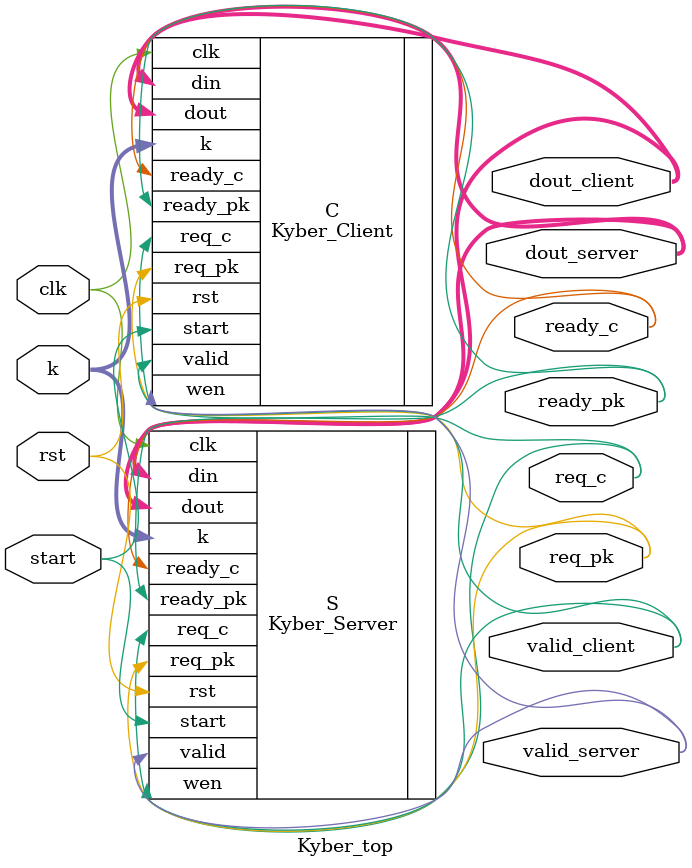
<source format=v>
`timescale 1ns / 1ps
module Kyber_top(
    input clk, rst, start,
    input [2:0] k,
    output ready_pk, ready_c,
    output req_pk, req_c,
    output valid_server, valid_client,
    output [31:0] dout_server, dout_client
);

Kyber_Server S( //decrypt //key_gen
.clk(clk),
.rst(rst),
.start(start),
.wen(valid_client),
.k(k),
.din(dout_client),
.ready_pk(ready_pk),
.ready_c(ready_c),
.req_pk(req_pk),
.req_c(req_c),
.valid(valid_server),
.dout(dout_server)
);
Kyber_Client C( //encrypt
.clk(clk),
.rst(rst),
.start(start),
.wen(valid_server),
.k(k),
.din(dout_server),
.ready_pk(ready_pk),
.ready_c(ready_c),
.req_pk(req_pk),
.req_c(req_c),
.valid(valid_client),
.dout(dout_client)
);

endmodule
</source>
